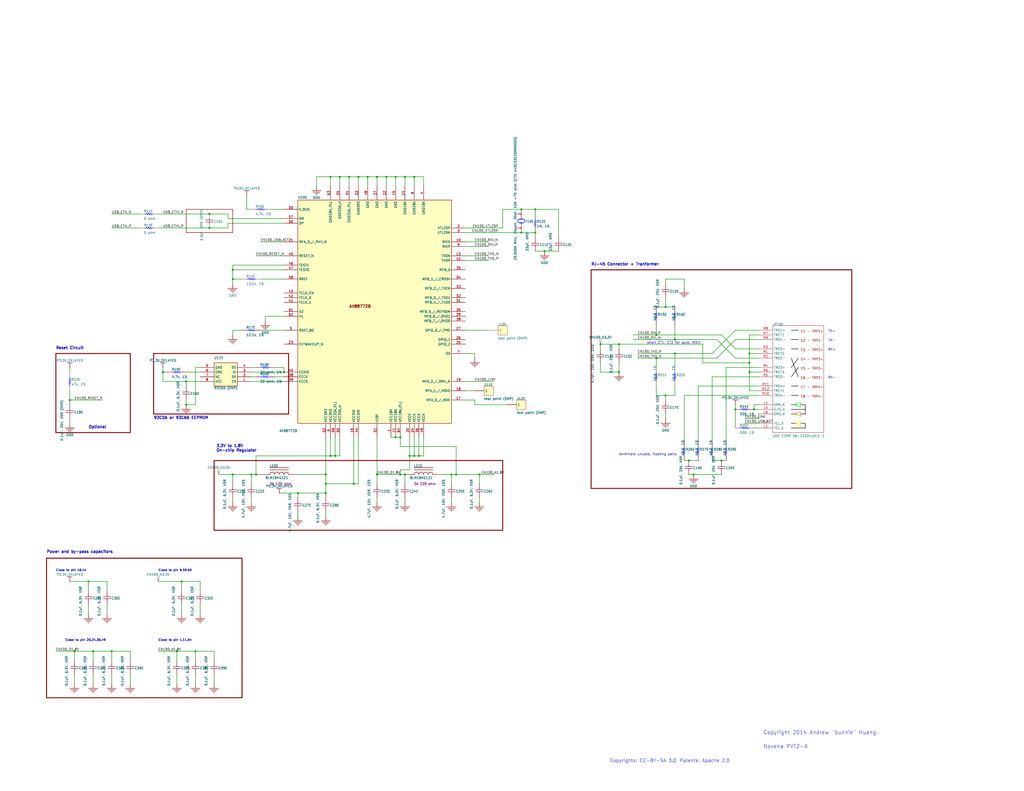
<source format=kicad_sch>
(kicad_sch (version 20230121) (generator eeschema)
  (paper "C")
  (junction (at 248.92 259.08))
  (junction (at 180.34 96.52))
  (junction (at 220.98 96.52))
  (junction (at 408.94 193.04))
  (junction (at 154.94 203.2))
  (junction (at 205.74 259.08))
  (junction (at 38.1 218.44))
  (junction (at 50.8 355.6))
  (junction (at 190.5 96.52))
  (junction (at 292.1 114.3))
  (junction (at 99.06 317.5))
  (junction (at 218.44 238.76))
  (junction (at 358.14 195.58))
  (junction (at 228.6 248.92))
  (junction (at 180.34 248.92))
  (junction (at 378.46 259.08))
  (junction (at 284.48 127))
  (junction (at 408.94 203.2))
  (junction (at 220.98 259.08))
  (junction (at 127 147.32))
  (junction (at 327.66 187.96))
  (junction (at 368.3 185.42))
  (junction (at 114.3 116.84))
  (junction (at 182.88 248.92))
  (junction (at 375.92 251.46))
  (junction (at 193.04 264.16))
  (junction (at 297.18 137.16))
  (junction (at 101.6 220.98))
  (junction (at 292.1 127))
  (junction (at 114.3 124.46))
  (junction (at 48.26 317.5))
  (junction (at 60.96 355.6))
  (junction (at 363.22 215.9))
  (junction (at 226.06 248.92))
  (junction (at 200.66 96.52))
  (junction (at 358.14 182.88))
  (junction (at 40.64 355.6))
  (junction (at 101.6 208.28))
  (junction (at 215.9 238.76))
  (junction (at 246.38 259.08))
  (junction (at 210.82 96.52))
  (junction (at 106.68 355.6))
  (junction (at 284.48 114.3))
  (junction (at 411.48 223.52))
  (junction (at 337.82 187.96))
  (junction (at 177.8 264.16))
  (junction (at 185.42 96.52))
  (junction (at 408.94 198.12))
  (junction (at 368.3 193.04))
  (junction (at 195.58 96.52))
  (junction (at 401.32 223.52))
  (junction (at 215.9 96.52))
  (junction (at 139.7 259.08))
  (junction (at 218.44 259.08))
  (junction (at 205.74 96.52))
  (junction (at 393.7 251.46))
  (junction (at 96.52 355.6))
  (junction (at 337.82 203.2))
  (junction (at 223.52 248.92))
  (junction (at 88.9 203.2))
  (junction (at 162.56 269.24))
  (junction (at 226.06 96.52))
  (junction (at 177.8 259.08))
  (junction (at 127 152.4))
  (junction (at 261.62 259.08))
  (junction (at 127 259.08))
  (junction (at 177.8 269.24))
  (junction (at 137.16 259.08))
  (junction (at 363.22 167.64))
  (wire (pts (xy 408.94 193.04) (xy 408.94 182.88)) (stroke (width 0.254)))
  (wire (pts (xy 48.26 322.58) (xy 48.26 317.5)) (stroke (width 0.254)))
  (wire (pts (xy 220.98 274.32) (xy 220.98 271.78)) (stroke (width 0.254)))
  (wire (pts (xy 38.1 203.2) (xy 38.1 200.66)) (stroke (width 0.254)))
  (wire (pts (xy 226.06 96.52) (xy 231.14 96.52)) (stroke (width 0.254)))
  (wire (pts (xy 205.74 274.32) (xy 205.74 271.78)) (stroke (width 0.254)))
  (wire (pts (xy 162.56 269.24) (xy 177.8 269.24)) (stroke (width 0.254)))
  (wire (pts (xy 205.74 96.52) (xy 210.82 96.52)) (stroke (width 0.254)))
  (wire (pts (xy 226.06 248.92) (xy 228.6 248.92)) (stroke (width 0.254)))
  (wire (pts (xy 408.94 198.12) (xy 408.94 193.04)) (stroke (width 0.254)))
  (wire (pts (xy 274.32 114.3) (xy 274.32 124.46)) (stroke (width 0.254)))
  (wire (pts (xy 388.62 205.74) (xy 388.62 241.3)) (stroke (width 0.254)))
  (wire (pts (xy 40.64 355.6) (xy 30.48 355.6)) (stroke (width 0.254)))
  (wire (pts (xy 226.06 101.6) (xy 226.06 96.52)) (stroke (width 0.254)))
  (wire (pts (xy 259.08 218.44) (xy 259.08 220.98)) (stroke (width 0.254)))
  (wire (pts (xy 177.8 281.94) (xy 177.8 279.4)) (stroke (width 0.254)))
  (wire (pts (xy 414.02 228.6) (xy 414.02 226.06)) (stroke (width 0.254)))
  (wire (pts (xy 218.44 259.08) (xy 218.44 256.54)) (stroke (width 0.254)))
  (wire (pts (xy 99.06 317.5) (xy 109.22 317.5)) (stroke (width 0.254)))
  (wire (pts (xy 124.46 119.38) (xy 124.46 116.84)) (stroke (width 0.254)))
  (wire (pts (xy 127 259.08) (xy 119.38 259.08)) (stroke (width 0.254)))
  (wire (pts (xy 401.32 190.5) (xy 393.7 182.88)) (stroke (width 0.254)))
  (wire (pts (xy 88.9 203.2) (xy 88.9 208.28)) (stroke (width 0.254)))
  (wire (pts (xy 154.94 119.38) (xy 124.46 119.38)) (stroke (width 0.254)))
  (wire (pts (xy 292.1 116.84) (xy 292.1 114.3)) (stroke (width 0.254)))
  (wire (pts (xy 109.22 317.5) (xy 109.22 322.58)) (stroke (width 0.254)))
  (wire (pts (xy 106.68 220.98) (xy 106.68 200.66)) (stroke (width 0.254)))
  (wire (pts (xy 195.58 264.16) (xy 195.58 238.76)) (stroke (width 0.254)))
  (wire (pts (xy 48.26 335.28) (xy 48.26 330.2)) (stroke (width 0.254)))
  (wire (pts (xy 142.24 180.34) (xy 154.94 180.34)) (stroke (width 0.254)))
  (wire (pts (xy 411.48 233.68) (xy 414.02 233.68)) (stroke (width 0.254)))
  (wire (pts (xy 101.6 203.2) (xy 109.22 203.2)) (stroke (width 0.254)))
  (wire (pts (xy 139.7 205.74) (xy 137.16 205.74)) (stroke (width 0.254)))
  (wire (pts (xy 215.9 101.6) (xy 215.9 96.52)) (stroke (width 0.254)))
  (wire (pts (xy 116.84 373.38) (xy 116.84 368.3)) (stroke (width 0.254)))
  (wire (pts (xy 137.16 264.16) (xy 137.16 259.08)) (stroke (width 0.254)))
  (wire (pts (xy 134.62 114.3) (xy 137.16 114.3)) (stroke (width 0.254)))
  (wire (pts (xy 124.46 124.46) (xy 114.3 124.46)) (stroke (width 0.254)))
  (wire (pts (xy 60.96 355.6) (xy 50.8 355.6)) (stroke (width 0.254)))
  (wire (pts (xy 345.44 185.42) (xy 368.3 185.42)) (stroke (width 0.254)))
  (wire (pts (xy 411.48 220.98) (xy 414.02 220.98)) (stroke (width 0.254)))
  (wire (pts (xy 375.92 251.46) (xy 373.38 251.46)) (stroke (width 0.254)))
  (wire (pts (xy 358.14 195.58) (xy 391.16 195.58)) (stroke (width 0.254)))
  (wire (pts (xy 38.1 231.14) (xy 38.1 228.6)) (stroke (width 0.254)))
  (wire (pts (xy 96.52 360.68) (xy 96.52 355.6)) (stroke (width 0.254)))
  (wire (pts (xy 144.78 175.26) (xy 144.78 172.72)) (stroke (width 0.254)))
  (wire (pts (xy 177.8 271.78) (xy 177.8 269.24)) (stroke (width 0.254)))
  (wire (pts (xy 378.46 259.08) (xy 393.7 259.08)) (stroke (width 0.254)))
  (wire (pts (xy 106.68 200.66) (xy 109.22 200.66)) (stroke (width 0.254)))
  (wire (pts (xy 393.7 182.88) (xy 358.14 182.88)) (stroke (width 0.254)))
  (wire (pts (xy 162.56 259.08) (xy 177.8 259.08)) (stroke (width 0.254)))
  (wire (pts (xy 396.24 200.66) (xy 414.02 200.66)) (stroke (width 0.254)))
  (wire (pts (xy 414.02 205.74) (xy 388.62 205.74)) (stroke (width 0.254)))
  (wire (pts (xy 200.66 101.6) (xy 200.66 96.52)) (stroke (width 0.254)))
  (wire (pts (xy 200.66 96.52) (xy 205.74 96.52)) (stroke (width 0.254)))
  (wire (pts (xy 383.54 198.12) (xy 408.94 198.12)) (stroke (width 0.254)))
  (wire (pts (xy 162.56 271.78) (xy 162.56 269.24)) (stroke (width 0.254)))
  (wire (pts (xy 154.94 200.66) (xy 149.86 200.66)) (stroke (width 0.254)))
  (wire (pts (xy 180.34 248.92) (xy 180.34 238.76)) (stroke (width 0.254)))
  (wire (pts (xy 363.22 167.64) (xy 363.22 162.56)) (stroke (width 0.254)))
  (wire (pts (xy 363.22 152.4) (xy 363.22 154.94)) (stroke (width 0.254)))
  (wire (pts (xy 401.32 180.34) (xy 414.02 180.34)) (stroke (width 0.254)))
  (wire (pts (xy 414.02 231.14) (xy 406.4 231.14)) (stroke (width 0.254)))
  (wire (pts (xy 259.08 193.04) (xy 254 193.04)) (stroke (width 0.254)))
  (wire (pts (xy 292.1 114.3) (xy 284.48 114.3)) (stroke (width 0.254)))
  (wire (pts (xy 50.8 373.38) (xy 50.8 368.3)) (stroke (width 0.254)))
  (wire (pts (xy 154.94 114.3) (xy 147.32 114.3)) (stroke (width 0.254)))
  (wire (pts (xy 106.68 355.6) (xy 116.84 355.6)) (stroke (width 0.254)))
  (wire (pts (xy 401.32 185.42) (xy 414.02 185.42)) (stroke (width 0.254)))
  (wire (pts (xy 246.38 259.08) (xy 248.92 259.08)) (stroke (width 0.254)))
  (wire (pts (xy 106.68 373.38) (xy 106.68 368.3)) (stroke (width 0.254)))
  (wire (pts (xy 292.1 114.3) (xy 304.8 114.3)) (stroke (width 0.254)))
  (wire (pts (xy 358.14 210.82) (xy 358.14 215.9)) (stroke (width 0.254)))
  (wire (pts (xy 396.24 241.3) (xy 396.24 200.66)) (stroke (width 0.254)))
  (wire (pts (xy 408.94 182.88) (xy 414.02 182.88)) (stroke (width 0.254)))
  (wire (pts (xy 363.22 167.64) (xy 368.3 167.64)) (stroke (width 0.254)))
  (wire (pts (xy 218.44 256.54) (xy 223.52 256.54)) (stroke (width 0.254)))
  (wire (pts (xy 154.94 132.08) (xy 142.24 132.08)) (stroke (width 0.254)))
  (wire (pts (xy 401.32 220.98) (xy 401.32 223.52)) (stroke (width 0.254)))
  (wire (pts (xy 149.86 205.74) (xy 154.94 205.74)) (stroke (width 0.254)))
  (wire (pts (xy 259.08 195.58) (xy 259.08 193.04)) (stroke (width 0.254)))
  (wire (pts (xy 99.06 322.58) (xy 99.06 317.5)) (stroke (width 0.254)))
  (wire (pts (xy 269.24 208.28) (xy 254 208.28)) (stroke (width 0.254)))
  (wire (pts (xy 248.92 243.84) (xy 248.92 259.08)) (stroke (width 0.254)))
  (wire (pts (xy 109.22 335.28) (xy 109.22 330.2)) (stroke (width 0.254)))
  (wire (pts (xy 327.66 198.12) (xy 327.66 203.2)) (stroke (width 0.254)))
  (wire (pts (xy 154.94 147.32) (xy 127 147.32)) (stroke (width 0.254)))
  (wire (pts (xy 172.72 101.6) (xy 172.72 96.52)) (stroke (width 0.254)))
  (wire (pts (xy 368.3 185.42) (xy 391.16 185.42)) (stroke (width 0.254)))
  (wire (pts (xy 284.48 127) (xy 254 127)) (stroke (width 0.254)))
  (wire (pts (xy 228.6 248.92) (xy 228.6 238.76)) (stroke (width 0.254)))
  (wire (pts (xy 139.7 200.66) (xy 137.16 200.66)) (stroke (width 0.254)))
  (wire (pts (xy 261.62 274.32) (xy 261.62 271.78)) (stroke (width 0.254)))
  (wire (pts (xy 71.12 355.6) (xy 60.96 355.6)) (stroke (width 0.254)))
  (wire (pts (xy 358.14 215.9) (xy 363.22 215.9)) (stroke (width 0.254)))
  (wire (pts (xy 218.44 243.84) (xy 248.92 243.84)) (stroke (width 0.254)))
  (wire (pts (xy 347.98 193.04) (xy 368.3 193.04)) (stroke (width 0.254)))
  (wire (pts (xy 40.64 373.38) (xy 40.64 368.3)) (stroke (width 0.254)))
  (wire (pts (xy 182.88 248.92) (xy 180.34 248.92)) (stroke (width 0.254)))
  (wire (pts (xy 368.3 200.66) (xy 368.3 193.04)) (stroke (width 0.254)))
  (wire (pts (xy 162.56 281.94) (xy 162.56 279.4)) (stroke (width 0.254)))
  (wire (pts (xy 414.02 210.82) (xy 381 210.82)) (stroke (width 0.254)))
  (wire (pts (xy 127 147.32) (xy 127 152.4)) (stroke (width 0.254)))
  (wire (pts (xy 373.38 157.48) (xy 373.38 152.4)) (stroke (width 0.254)))
  (wire (pts (xy 231.14 248.92) (xy 231.14 238.76)) (stroke (width 0.254)))
  (wire (pts (xy 408.94 198.12) (xy 408.94 203.2)) (stroke (width 0.254)))
  (wire (pts (xy 266.7 142.24) (xy 254 142.24)) (stroke (width 0.254)))
  (wire (pts (xy 88.9 208.28) (xy 101.6 208.28)) (stroke (width 0.254)))
  (wire (pts (xy 101.6 208.28) (xy 109.22 208.28)) (stroke (width 0.254)))
  (wire (pts (xy 408.94 203.2) (xy 414.02 203.2)) (stroke (width 0.254)))
  (wire (pts (xy 76.2 116.84) (xy 60.96 116.84)) (stroke (width 0.254)))
  (wire (pts (xy 127 274.32) (xy 127 271.78)) (stroke (width 0.254)))
  (wire (pts (xy 55.88 218.44) (xy 38.1 218.44)) (stroke (width 0.254)))
  (wire (pts (xy 373.38 152.4) (xy 363.22 152.4)) (stroke (width 0.254)))
  (wire (pts (xy 190.5 101.6) (xy 190.5 96.52)) (stroke (width 0.254)))
  (wire (pts (xy 373.38 215.9) (xy 414.02 215.9)) (stroke (width 0.254)))
  (wire (pts (xy 220.98 264.16) (xy 220.98 259.08)) (stroke (width 0.254)))
  (wire (pts (xy 358.14 200.66) (xy 358.14 195.58)) (stroke (width 0.254)))
  (wire (pts (xy 408.94 213.36) (xy 414.02 213.36)) (stroke (width 0.254)))
  (wire (pts (xy 363.22 228.6) (xy 363.22 226.06)) (stroke (width 0.254)))
  (wire (pts (xy 60.96 373.38) (xy 60.96 368.3)) (stroke (width 0.254)))
  (wire (pts (xy 381 251.46) (xy 375.92 251.46)) (stroke (width 0.254)))
  (wire (pts (xy 248.92 259.08) (xy 261.62 259.08)) (stroke (width 0.254)))
  (wire (pts (xy 337.82 190.5) (xy 337.82 187.96)) (stroke (width 0.254)))
  (wire (pts (xy 210.82 96.52) (xy 215.9 96.52)) (stroke (width 0.254)))
  (wire (pts (xy 152.4 269.24) (xy 162.56 269.24)) (stroke (width 0.254)))
  (wire (pts (xy 363.22 215.9) (xy 368.3 215.9)) (stroke (width 0.254)))
  (wire (pts (xy 182.88 248.92) (xy 182.88 238.76)) (stroke (width 0.254)))
  (wire (pts (xy 48.26 317.5) (xy 38.1 317.5)) (stroke (width 0.254)))
  (wire (pts (xy 127 152.4) (xy 127 154.94)) (stroke (width 0.254)))
  (wire (pts (xy 58.42 317.5) (xy 48.26 317.5)) (stroke (width 0.254)))
  (wire (pts (xy 71.12 373.38) (xy 71.12 368.3)) (stroke (width 0.254)))
  (wire (pts (xy 177.8 264.16) (xy 193.04 264.16)) (stroke (width 0.254)))
  (wire (pts (xy 223.52 248.92) (xy 226.06 248.92)) (stroke (width 0.254)))
  (wire (pts (xy 218.44 238.76) (xy 218.44 243.84)) (stroke (width 0.254)))
  (wire (pts (xy 185.42 248.92) (xy 182.88 248.92)) (stroke (width 0.254)))
  (wire (pts (xy 231.14 96.52) (xy 231.14 101.6)) (stroke (width 0.254)))
  (wire (pts (xy 337.82 187.96) (xy 383.54 187.96)) (stroke (width 0.254)))
  (wire (pts (xy 50.8 360.68) (xy 50.8 355.6)) (stroke (width 0.254)))
  (wire (pts (xy 205.74 259.08) (xy 205.74 238.76)) (stroke (width 0.254)))
  (wire (pts (xy 38.1 218.44) (xy 38.1 220.98)) (stroke (width 0.254)))
  (wire (pts (xy 134.62 106.68) (xy 134.62 114.3)) (stroke (width 0.254)))
  (wire (pts (xy 215.9 238.76) (xy 218.44 238.76)) (stroke (width 0.254)))
  (wire (pts (xy 411.48 223.52) (xy 411.48 220.98)) (stroke (width 0.254)))
  (wire (pts (xy 205.74 101.6) (xy 205.74 96.52)) (stroke (width 0.254)))
  (wire (pts (xy 195.58 101.6) (xy 195.58 96.52)) (stroke (width 0.254)))
  (wire (pts (xy 220.98 96.52) (xy 226.06 96.52)) (stroke (width 0.254)))
  (wire (pts (xy 414.02 190.5) (xy 401.32 190.5)) (stroke (width 0.254)))
  (wire (pts (xy 190.5 96.52) (xy 195.58 96.52)) (stroke (width 0.254)))
  (wire (pts (xy 116.84 355.6) (xy 116.84 360.68)) (stroke (width 0.254)))
  (wire (pts (xy 254 218.44) (xy 259.08 218.44)) (stroke (width 0.254)))
  (wire (pts (xy 223.52 256.54) (xy 223.52 248.92)) (stroke (width 0.254)))
  (wire (pts (xy 327.66 203.2) (xy 337.82 203.2)) (stroke (width 0.254)))
  (wire (pts (xy 154.94 121.92) (xy 124.46 121.92)) (stroke (width 0.254)))
  (wire (pts (xy 96.52 373.38) (xy 96.52 368.3)) (stroke (width 0.254)))
  (wire (pts (xy 292.1 129.54) (xy 292.1 127)) (stroke (width 0.254)))
  (wire (pts (xy 177.8 259.08) (xy 177.8 238.76)) (stroke (width 0.254)))
  (wire (pts (xy 401.32 223.52) (xy 401.32 233.68)) (stroke (width 0.254)))
  (wire (pts (xy 88.9 200.66) (xy 88.9 203.2)) (stroke (width 0.254)))
  (wire (pts (xy 368.3 185.42) (xy 368.3 177.8)) (stroke (width 0.254)))
  (wire (pts (xy 154.94 139.7) (xy 139.7 139.7)) (stroke (width 0.254)))
  (wire (pts (xy 327.66 190.5) (xy 327.66 187.96)) (stroke (width 0.254)))
  (wire (pts (xy 180.34 101.6) (xy 180.34 96.52)) (stroke (width 0.254)))
  (wire (pts (xy 40.64 360.68) (xy 40.64 355.6)) (stroke (width 0.254)))
  (wire (pts (xy 58.42 335.28) (xy 58.42 330.2)) (stroke (width 0.254)))
  (wire (pts (xy 373.38 241.3) (xy 373.38 215.9)) (stroke (width 0.254)))
  (wire (pts (xy 172.72 96.52) (xy 180.34 96.52)) (stroke (width 0.254)))
  (wire (pts (xy 58.42 322.58) (xy 58.42 317.5)) (stroke (width 0.254)))
  (wire (pts (xy 246.38 274.32) (xy 246.38 271.78)) (stroke (width 0.254)))
  (wire (pts (xy 127 264.16) (xy 127 259.08)) (stroke (width 0.254)))
  (wire (pts (xy 76.2 124.46) (xy 60.96 124.46)) (stroke (width 0.254)))
  (wire (pts (xy 223.52 238.76) (xy 223.52 248.92)) (stroke (width 0.254)))
  (wire (pts (xy 284.48 114.3) (xy 274.32 114.3)) (stroke (width 0.254)))
  (wire (pts (xy 185.42 101.6) (xy 185.42 96.52)) (stroke (width 0.254)))
  (wire (pts (xy 347.98 195.58) (xy 358.14 195.58)) (stroke (width 0.254)))
  (wire (pts (xy 50.8 355.6) (xy 40.64 355.6)) (stroke (width 0.254)))
  (wire (pts (xy 220.98 259.08) (xy 218.44 259.08)) (stroke (width 0.254)))
  (wire (pts (xy 414.02 193.04) (xy 408.94 193.04)) (stroke (width 0.254)))
  (wire (pts (xy 261.62 259.08) (xy 269.24 259.08)) (stroke (width 0.254)))
  (wire (pts (xy 266.7 180.34) (xy 254 180.34)) (stroke (width 0.254)))
  (wire (pts (xy 96.52 355.6) (xy 106.68 355.6)) (stroke (width 0.254)))
  (wire (pts (xy 114.3 124.46) (xy 86.36 124.46)) (stroke (width 0.254)))
  (wire (pts (xy 71.12 360.68) (xy 71.12 355.6)) (stroke (width 0.254)))
  (wire (pts (xy 137.16 274.32) (xy 137.16 271.78)) (stroke (width 0.254)))
  (wire (pts (xy 220.98 101.6) (xy 220.98 96.52)) (stroke (width 0.254)))
  (wire (pts (xy 106.68 360.68) (xy 106.68 355.6)) (stroke (width 0.254)))
  (wire (pts (xy 337.82 203.2) (xy 337.82 198.12)) (stroke (width 0.254)))
  (wire (pts (xy 193.04 264.16) (xy 195.58 264.16)) (stroke (width 0.254)))
  (wire (pts (xy 127 180.34) (xy 132.08 180.34)) (stroke (width 0.254)))
  (wire (pts (xy 101.6 210.82) (xy 101.6 208.28)) (stroke (width 0.254)))
  (wire (pts (xy 213.36 238.76) (xy 215.9 238.76)) (stroke (width 0.254)))
  (wire (pts (xy 363.22 218.44) (xy 363.22 215.9)) (stroke (width 0.254)))
  (wire (pts (xy 327.66 187.96) (xy 337.82 187.96)) (stroke (width 0.254)))
  (wire (pts (xy 144.78 172.72) (xy 154.94 172.72)) (stroke (width 0.254)))
  (wire (pts (xy 139.7 248.92) (xy 139.7 259.08)) (stroke (width 0.254)))
  (wire (pts (xy 101.6 220.98) (xy 101.6 218.44)) (stroke (width 0.254)))
  (wire (pts (xy 274.32 124.46) (xy 254 124.46)) (stroke (width 0.254)))
  (wire (pts (xy 38.1 213.36) (xy 38.1 218.44)) (stroke (width 0.254)))
  (wire (pts (xy 99.06 335.28) (xy 99.06 330.2)) (stroke (width 0.254)))
  (wire (pts (xy 266.7 134.62) (xy 254 134.62)) (stroke (width 0.254)))
  (wire (pts (xy 218.44 259.08) (xy 205.74 259.08)) (stroke (width 0.254)))
  (wire (pts (xy 292.1 127) (xy 284.48 127)) (stroke (width 0.254)))
  (wire (pts (xy 185.42 238.76) (xy 185.42 248.92)) (stroke (width 0.254)))
  (wire (pts (xy 154.94 208.28) (xy 137.16 208.28)) (stroke (width 0.254)))
  (wire (pts (xy 261.62 264.16) (xy 261.62 259.08)) (stroke (width 0.254)))
  (wire (pts (xy 226.06 248.92) (xy 226.06 238.76)) (stroke (width 0.254)))
  (wire (pts (xy 391.16 195.58) (xy 401.32 185.42)) (stroke (width 0.254)))
  (wire (pts (xy 124.46 121.92) (xy 124.46 124.46)) (stroke (width 0.254)))
  (wire (pts (xy 60.96 360.68) (xy 60.96 355.6)) (stroke (width 0.254)))
  (wire (pts (xy 381 210.82) (xy 381 241.3)) (stroke (width 0.254)))
  (wire (pts (xy 246.38 264.16) (xy 246.38 259.08)) (stroke (width 0.254)))
  (wire (pts (xy 368.3 215.9) (xy 368.3 210.82)) (stroke (width 0.254)))
  (wire (pts (xy 210.82 96.52) (xy 210.82 101.6)) (stroke (width 0.254)))
  (wire (pts (xy 137.16 259.08) (xy 127 259.08)) (stroke (width 0.254)))
  (wire (pts (xy 375.92 259.08) (xy 378.46 259.08)) (stroke (width 0.254)))
  (wire (pts (xy 368.3 193.04) (xy 388.62 193.04)) (stroke (width 0.254)))
  (wire (pts (xy 101.6 220.98) (xy 106.68 220.98)) (stroke (width 0.254)))
  (wire (pts (xy 154.94 203.2) (xy 137.16 203.2)) (stroke (width 0.254)))
  (wire (pts (xy 228.6 248.92) (xy 231.14 248.92)) (stroke (width 0.254)))
  (wire (pts (xy 408.94 203.2) (xy 408.94 213.36)) (stroke (width 0.254)))
  (wire (pts (xy 142.24 152.4) (xy 154.94 152.4)) (stroke (width 0.254)))
  (wire (pts (xy 154.94 203.2) (xy 154.94 200.66)) (stroke (width 0.254)))
  (wire (pts (xy 292.1 137.16) (xy 297.18 137.16)) (stroke (width 0.254)))
  (wire (pts (xy 259.08 220.98) (xy 276.86 220.98)) (stroke (width 0.254)))
  (wire (pts (xy 205.74 264.16) (xy 205.74 259.08)) (stroke (width 0.254)))
  (wire (pts (xy 86.36 355.6) (xy 96.52 355.6)) (stroke (width 0.254)))
  (wire (pts (xy 185.42 96.52) (xy 190.5 96.52)) (stroke (width 0.254)))
  (wire (pts (xy 91.44 203.2) (xy 88.9 203.2)) (stroke (width 0.254)))
  (wire (pts (xy 127 144.78) (xy 127 147.32)) (stroke (width 0.254)))
  (wire (pts (xy 414.02 223.52) (xy 411.48 223.52)) (stroke (width 0.254)))
  (wire (pts (xy 215.9 96.52) (xy 220.98 96.52)) (stroke (width 0.254)))
  (wire (pts (xy 393.7 251.46) (xy 388.62 251.46)) (stroke (width 0.254)))
  (wire (pts (xy 124.46 116.84) (xy 114.3 116.84)) (stroke (width 0.254)))
  (wire (pts (xy 358.14 182.88) (xy 358.14 177.8)) (stroke (width 0.254)))
  (wire (pts (xy 241.3 259.08) (xy 246.38 259.08)) (stroke (width 0.254)))
  (wire (pts (xy 259.08 213.36) (xy 254 213.36)) (stroke (width 0.254)))
  (wire (pts (xy 266.7 132.08) (xy 254 132.08)) (stroke (width 0.254)))
  (wire (pts (xy 297.18 137.16) (xy 304.8 137.16)) (stroke (width 0.254)))
  (wire (pts (xy 266.7 139.7) (xy 254 139.7)) (stroke (width 0.254)))
  (wire (pts (xy 86.36 317.5) (xy 99.06 317.5)) (stroke (width 0.254)))
  (wire (pts (xy 177.8 264.16) (xy 177.8 259.08)) (stroke (width 0.254)))
  (wire (pts (xy 383.54 187.96) (xy 383.54 198.12)) (stroke (width 0.254)))
  (wire (pts (xy 396.24 251.46) (xy 393.7 251.46)) (stroke (width 0.254)))
  (wire (pts (xy 195.58 96.52) (xy 200.66 96.52)) (stroke (width 0.254)))
  (wire (pts (xy 180.34 248.92) (xy 139.7 248.92)) (stroke (width 0.254)))
  (wire (pts (xy 114.3 116.84) (xy 86.36 116.84)) (stroke (width 0.254)))
  (wire (pts (xy 401.32 195.58) (xy 414.02 195.58)) (stroke (width 0.254)))
  (wire (pts (xy 358.14 182.88) (xy 345.44 182.88)) (stroke (width 0.254)))
  (wire (pts (xy 177.8 269.24) (xy 177.8 264.16)) (stroke (width 0.254)))
  (wire (pts (xy 132.08 152.4) (xy 127 152.4)) (stroke (width 0.254)))
  (wire (pts (xy 127 182.88) (xy 127 180.34)) (stroke (width 0.254)))
  (wire (pts (xy 154.94 144.78) (xy 127 144.78)) (stroke (width 0.254)))
  (wire (pts (xy 388.62 193.04) (xy 401.32 180.34)) (stroke (width 0.254)))
  (wire (pts (xy 180.34 96.52) (xy 185.42 96.52)) (stroke (width 0.254)))
  (wire (pts (xy 406.4 228.6) (xy 414.02 228.6)) (stroke (width 0.254)))
  (wire (pts (xy 142.24 259.08) (xy 139.7 259.08)) (stroke (width 0.254)))
  (wire (pts (xy 304.8 114.3) (xy 304.8 129.54)) (stroke (width 0.254)))
  (wire (pts (xy 391.16 185.42) (xy 401.32 195.58)) (stroke (width 0.254)))
  (wire (pts (xy 193.04 238.76) (xy 193.04 264.16)) (stroke (width 0.254)))
  (wire (pts (xy 139.7 259.08) (xy 137.16 259.08)) (stroke (width 0.254)))
  (wire (pts (xy 358.14 167.64) (xy 363.22 167.64)) (stroke (width 0.254)))
  (rectangle (start 71.12 193.04) (end 30.48 236.22) (stroke (width 0.508) (color 128 0 0 1)))
  (rectangle (start 132.08 304.8) (end 25.4 381) (stroke (width 0.508) (color 128 0 0 1)))
  (rectangle (start 157.48 193.04) (end 83.82 226.06) (stroke (width 0.508) (color 128 0 0 1)))
  (rectangle (start 127 114.3) (end 101.6 127) (stroke (width 0.254) (color 128 0 0 1)))
  (rectangle (start 274.32 251.46) (end 116.84 289.56) (stroke (width 0.508) (color 128 0 0 1)))
  (rectangle (start 464.82 147.32) (end 322.58 266.7) (stroke (width 0.508) (color 128 0 0 1)))
  (text_box "3.3V to 1.8V \nOn-chip Regulator" (at 163.83 241.3 0) (size -46.99 9.144) (stroke (width -0.0001) (color 0 0 0 1)) (fill (type color) (color 255 255 255 1)) (effects (font (size 1.524 1.524) bold) (justify left top)))
  (text "Copyright 2014 Andrew \"bunnie\" Huang" (at 416.56 401.32 0) (effects (font (size 2.032 2.032)) (justify left bottom)))
  (text "RX-" (at 451.866 207.01 0) (effects (font (size 1.27 1.27)) (justify left bottom)))
  (text "short CT1, CT2 for auto-MDIX" (at 353.06 187.96 0) (effects (font (size 1.27 1.27)) (justify left bottom)))
  (text "TX-" (at 451.866 186.69 0) (effects (font (size 1.27 1.27)) (justify left bottom)))
  (text "Novena PVT2-A" (at 416.56 408.94 0) (effects (font (size 2.032 2.032)) (justify left bottom)))
  (text "RX+" (at 451.866 191.77 0) (effects (font (size 1.27 1.27)) (justify left bottom)))
  (text "Close to pin 1.11.64" (at 86.36 350.266 0) (effects (font (size 1.143 1.143) bold) (justify left bottom)))
  (text "Copyrights: CC-BY-SA 3.0" (at 332.74 416.56 0) (effects (font (size 1.778 1.778)) (justify left bottom)))
  (text "Close to pin 6.59.60" (at 86.36 312.166 0) (effects (font (size 1.143 1.143) bold) (justify left bottom)))
  (text "Close to pin 20.24.36.49" (at 35.56 350.266 0) (effects (font (size 1.143 1.143) bold) (justify left bottom)))
  (text "Optional" (at 48.26 234.188 0) (effects (font (size 1.524 1.524) bold) (justify left bottom)))
  (text "terminate unused, floating pairs" (at 337.82 248.92 0) (effects (font (size 1.27 1.27)) (justify left bottom)))
  (text "Patents: Apache 2.0" (at 370.84 416.56 0) (effects (font (size 1.778 1.778)) (justify left bottom)))
  (text "Reset Circuit" (at 30.48 191.008 0) (effects (font (size 1.524 1.524) bold) (justify left bottom)))
  (text "93C56 or 93C66 EEPROM" (at 83.82 229.108 0) (effects (font (size 1.524 1.524) bold) (justify left bottom)))
  (text "RJ-45 Connector + Tranformer" (at 322.58 145.288 0) (effects (font (size 1.524 1.524) bold) (justify left bottom)))
  (text "TX+" (at 451.866 181.61 0) (effects (font (size 1.27 1.27)) (justify left bottom)))
  (text "Close to pin 16.44" (at 30.48 312.166 0) (effects (font (size 1.143 1.143) bold) (justify left bottom)))
  (text "Power and by-pass capacitors" (at 25.4 302.26 0) (effects (font (size 1.524 1.524) bold) (justify left bottom)))
  (label "USB_ETHI_P" (at 88.9 124.46 0))
  (label "EN100_XTL25N" (at 257.556 127 0))
  (label "EN100_RESET_N" (at 40.64 218.44 0))
  (label "USB_ETH_P" (at 60.96 124.46 0))
  (label "EN100_TXO_P" (at 347.98 193.04 0))
  (label "EN100_LINK" (at 406.4 228.6 0))
  (label "EN100_RXI_N" (at 259.08 132.08 0))
  (label "EN100_TXO_N" (at 347.98 195.58 0))
  (label "EN100_XTL25P" (at 257.81 124.46 0))
  (label "EN100_RXI_P" (at 347.98 182.88 0))
  (label "EN100_USB_ACT" (at 142.24 132.08 0))
  (label "EN100_D1.8V" (at 30.48 355.6 0))
  (label "EN100_LINK" (at 259.08 208.28 0))
  (label "EN100_RXI_N" (at 347.98 185.42 0))
  (label "EN100_RESET_N" (at 139.7 139.7 0))
  (label "EN100_D1.8V" (at 205.74 259.08 0))
  (label "EN100_A1.8V" (at 262.636 259.08 0))
  (label "EN100_A1.8V" (at 86.36 355.6 0))
  (label "EN100_TXO_N" (at 259.08 139.7 0))
  (label "USB_ETH_N" (at 60.96 116.84 0))
  (label "EN100_USB_ACT" (at 406.4 231.14 0))
  (label "EN100_TXO_P" (at 259.08 142.24 0))
  (label "EN100_RXI_P" (at 259.08 134.62 0))
  (label "USB_ETHI_N" (at 88.9 116.84 0))
  (symbol (lib_id "novena_pvt2_KiCAD-altium-import:10ethernet100_0_UDE_CORP_26-21024JA13-1") (at 421.64 180.34 0) (unit 1)
    (property "Reference" "JP10E" (at 421.64 177.8 0) (effects (justify left bottom)))
    (property "Value" "UDE CORP 26-21024JA13-1" (at 421.64 238.76 0) (effects (justify left bottom)))
    (property "Footprint" "UDE_CORP_26-21024JA13-1" (effects hide))
  )
  (symbol (lib_id "novena_pvt2_KiCAD-altium-import:10ethernet100_3_Cap Semi") (at 248.92 266.7 0) (unit 1)
    (property "Reference" "C25E" (at 248.666 268.986 0) (effects (justify left bottom)))
    (property "Value" "4.7uF, 10V, X5R, 10%" (at 241.3 261.62 90) (effects (justify right top)))
    (property "Footprint" "CAPC1608N" (effects hide))
    (property "PUBLISHED" "8-Jun-2000" (effects hide))
    (property "LATESTREVISIONDATE" "17-Jul-2002" (effects hide))
    (property "LATESTREVISIONNOTE" "Re-released for DXP Platform." (effects hide))
    (property "PACKAGEREFERENCE" "C1206" (effects hide))
    (property "PUBLISHER" "Altium Limited" (effects hide))
  )
  (symbol (lib_id "novena_pvt2_KiCAD-altium-import:P5.0V_DELAYED") (at 134.62 106.68 180) (unit 1)
    (property "Reference" "#PWR?" (effects hide))
    (property "Value" "P5.0V_DELAYED" (at 134.62 102.87 0))
  )
  (symbol (lib_id "novena_pvt2_KiCAD-altium-import:10ethernet100_3_Cap Semi") (at 365.76 157.48 0) (unit 1)
    (property "Reference" "C13E" (at 365.506 159.766 0) (effects (justify left bottom)))
    (property "Value" "0.1uF, 25V, X5R" (at 358.14 152.4 90) (effects (justify right top)))
    (property "Footprint" "CAPC1005N" (effects hide))
    (property "PUBLISHED" "8-Jun-2000" (effects hide))
    (property "LATESTREVISIONDATE" "17-Jul-2002" (effects hide))
    (property "LATESTREVISIONNOTE" "Re-released for DXP Platform." (effects hide))
    (property "PACKAGEREFERENCE" "C1206" (effects hide))
    (property "PUBLISHER" "Altium Limited" (effects hide))
  )
  (symbol (lib_id "novena_pvt2_KiCAD-altium-import:10ethernet100_0_Res1") (at 134.62 149.86 0) (unit 1)
    (property "Reference" "R14E" (at 134.366 151.638 0) (effects (justify left bottom)))
    (property "Value" "12.1k, 1%" (at 134.366 155.702 0) (effects (justify left bottom)))
    (property "Footprint" "RESC1005N" (effects hide))
    (property "PUBLISHED" "8-Jun-2000" (effects hide))
    (property "LATESTREVISIONDATE" "17-Jul-2002" (effects hide))
    (property "LATESTREVISIONNOTE" "Re-released for DXP Platform." (effects hide))
    (property "PACKAGEREFERENCE" "AXIAL-0.3" (effects hide))
    (property "PUBLISHER" "Altium Limited" (effects hide))
    (property "ALTIUM_VALUE" "100k" (effects hide))
  )
  (symbol (lib_id "novena_pvt2_KiCAD-altium-import:10ethernet100_0_Inductor Iron") (at 147.32 256.54 0) (unit 1)
    (property "Reference" "L10E" (at 147.066 255.016 0) (effects (justify left bottom)))
    (property "Value" "BLM18KG121" (at 144.78 261.62 0) (effects (justify left bottom)))
    (property "Footprint" "INDC1608AN" (effects hide))
    (property "PUBLISHED" "24-Mar-1999" (effects hide))
    (property "LATESTREVISIONDATE" "17-Jul-2002" (effects hide))
    (property "LATESTREVISIONNOTE" "Re-released for DXP Platform." (effects hide))
    (property "PACKAGEREFERENCE" "AXIAL-0.9" (effects hide))
    (property "PUBLISHER" "Altium Limited" (effects hide))
    (property "ALTIUM_VALUE" "3A 120 ohm" (at 147.066 264.922 0) (effects (justify left bottom)))
  )
  (symbol (lib_id "novena_pvt2_KiCAD-altium-import:10ethernet100_0_Res1") (at 78.74 114.3 0) (unit 1)
    (property "Reference" "R11E" (at 78.486 116.078 0) (effects (justify left bottom)))
    (property "Value" "0 ohm" (at 78.486 120.142 0) (effects (justify left bottom)))
    (property "Footprint" "RESC1005N" (effects hide))
    (property "PUBLISHED" "8-Jun-2000" (effects hide))
    (property "LATESTREVISIONDATE" "17-Jul-2002" (effects hide))
    (property "LATESTREVISIONNOTE" "Re-released for DXP Platform." (effects hide))
    (property "PACKAGEREFERENCE" "AXIAL-0.3" (effects hide))
    (property "PUBLISHER" "Altium Limited" (effects hide))
    (property "ALTIUM_VALUE" "100k" (effects hide))
  )
  (symbol (lib_id "novena_pvt2_KiCAD-altium-import:GND") (at 373.38 157.48 0) (unit 1)
    (property "Reference" "#PWR?" (effects hide))
    (property "Value" "GND" (effects hide))
  )
  (symbol (lib_id "novena_pvt2_KiCAD-altium-import:10ethernet100_1_Res1") (at 365.76 175.26 0) (unit 1)
    (property "Reference" "R16E" (at 369.062 172.466 0) (effects (justify left bottom)))
    (property "Value" "49.9, 1%" (at 368.3 175.26 90) (effects (justify left bottom)))
    (property "Footprint" "RESC1005N" (effects hide))
    (property "PUBLISHED" "8-Jun-2000" (effects hide))
    (property "LATESTREVISIONDATE" "17-Jul-2002" (effects hide))
    (property "LATESTREVISIONNOTE" "Re-released for DXP Platform." (effects hide))
    (property "PACKAGEREFERENCE" "AXIAL-0.3" (effects hide))
    (property "PUBLISHER" "Altium Limited" (effects hide))
    (property "ALTIUM_VALUE" "100k" (effects hide))
  )
  (symbol (lib_id "novena_pvt2_KiCAD-altium-import:10ethernet100_3_Cap Semi") (at 73.66 363.22 0) (unit 1)
    (property "Reference" "C36E" (at 73.406 365.506 0) (effects (justify left bottom)))
    (property "Value" "0.1uF, 6.3V, X5R" (at 66.04 358.14 90) (effects (justify right top)))
    (property "Footprint" "CAPC0603N_B" (effects hide))
    (property "PUBLISHED" "8-Jun-2000" (effects hide))
    (property "LATESTREVISIONDATE" "17-Jul-2002" (effects hide))
    (property "LATESTREVISIONNOTE" "Re-released for DXP Platform." (effects hide))
    (property "PACKAGEREFERENCE" "C1206" (effects hide))
    (property "PUBLISHER" "Altium Limited" (effects hide))
  )
  (symbol (lib_id "novena_pvt2_KiCAD-altium-import:10ethernet100_3_Cap Semi") (at 223.52 266.7 0) (unit 1)
    (property "Reference" "C24E" (at 223.266 268.986 0) (effects (justify left bottom)))
    (property "Value" "0.1uF, 6.3V, X5R" (at 215.9 261.62 90) (effects (justify right top)))
    (property "Footprint" "CAPC0603N_B" (effects hide))
    (property "PUBLISHED" "8-Jun-2000" (effects hide))
    (property "LATESTREVISIONDATE" "17-Jul-2002" (effects hide))
    (property "LATESTREVISIONNOTE" "Re-released for DXP Platform." (effects hide))
    (property "PACKAGEREFERENCE" "C1206" (effects hide))
    (property "PUBLISHER" "Altium Limited" (effects hide))
  )
  (symbol (lib_id "novena_pvt2_KiCAD-altium-import:10ethernet100_3_Cap Semi") (at 116.84 119.38 0) (unit 1)
    (property "Reference" "C10E" (at 116.586 121.666 0) (effects (justify left bottom)))
    (property "Value" "3.3pF, NP0 (DNP)" (at 109.22 114.3 90) (effects (justify right top)))
    (property "Footprint" "CAPC1005N" (effects hide))
    (property "PUBLISHED" "8-Jun-2000" (effects hide))
    (property "LATESTREVISIONDATE" "17-Jul-2002" (effects hide))
    (property "LATESTREVISIONNOTE" "Re-released for DXP Platform." (effects hide))
    (property "PACKAGEREFERENCE" "C1206" (effects hide))
    (property "PUBLISHER" "Altium Limited" (effects hide))
  )
  (symbol (lib_id "novena_pvt2_KiCAD-altium-import:10ethernet100_3_Cap Semi") (at 365.76 220.98 0) (unit 1)
    (property "Reference" "C17E" (at 365.506 223.266 0) (effects (justify left bottom)))
    (property "Value" "0.1uF, 25V, X5R" (at 358.14 215.9 90) (effects (justify right top)))
    (property "Footprint" "CAPC1005N" (effects hide))
    (property "PUBLISHED" "8-Jun-2000" (effects hide))
    (property "LATESTREVISIONDATE" "17-Jul-2002" (effects hide))
    (property "LATESTREVISIONNOTE" "Re-released for DXP Platform." (effects hide))
    (property "PACKAGEREFERENCE" "C1206" (effects hide))
    (property "PUBLISHER" "Altium Limited" (effects hide))
  )
  (symbol (lib_id "novena_pvt2_KiCAD-altium-import:10ethernet100_0_Res1") (at 403.86 231.14 0) (unit 1)
    (property "Reference" "R25E" (at 403.606 232.918 0) (effects (justify left bottom)))
    (property "Value" "330, 1%" (at 403.606 236.982 0) (effects (justify left bottom)))
    (property "Footprint" "RESC1005N" (effects hide))
    (property "PUBLISHED" "8-Jun-2000" (effects hide))
    (property "LATESTREVISIONDATE" "17-Jul-2002" (effects hide))
    (property "LATESTREVISIONNOTE" "Re-released for DXP Platform." (effects hide))
    (property "PACKAGEREFERENCE" "AXIAL-0.3" (effects hide))
    (property "PUBLISHER" "Altium Limited" (effects hide))
    (property "ALTIUM_VALUE" "100k" (effects hide))
  )
  (symbol (lib_id "novena_pvt2_KiCAD-altium-import:10ethernet100_3_Cap Semi") (at 43.18 363.22 0) (unit 1)
    (property "Reference" "C33E" (at 42.926 365.506 0) (effects (justify left bottom)))
    (property "Value" "0.1uF, 6.3V, X5R" (at 35.56 358.14 90) (effects (justify right top)))
    (property "Footprint" "CAPC0603N_B" (effects hide))
    (property "PUBLISHED" "8-Jun-2000" (effects hide))
    (property "LATESTREVISIONDATE" "17-Jul-2002" (effects hide))
    (property "LATESTREVISIONNOTE" "Re-released for DXP Platform." (effects hide))
    (property "PACKAGEREFERENCE" "C1206" (effects hide))
    (property "PUBLISHER" "Altium Limited" (effects hide))
  )
  (symbol (lib_id "novena_pvt2_KiCAD-altium-import:10ethernet100_3_Cap Semi") (at 109.22 363.22 0) (unit 1)
    (property "Reference" "C38E" (at 108.966 365.506 0) (effects (justify left bottom)))
    (property "Value" "0.1uF, 6.3V, X5R" (at 101.6 358.14 90) (effects (justify right top)))
    (property "Footprint" "CAPC0603N_B" (effects hide))
    (property "PUBLISHED" "8-Jun-2000" (effects hide))
    (property "LATESTREVISIONDATE" "17-Jul-2002" (effects hide))
    (property "LATESTREVISIONNOTE" "Re-released for DXP Platform." (effects hide))
    (property "PACKAGEREFERENCE" "C1206" (effects hide))
    (property "PUBLISHER" "Altium Limited" (effects hide))
  )
  (symbol (lib_id "novena_pvt2_KiCAD-altium-import:GND") (at 109.22 335.28 0) (unit 1)
    (property "Reference" "#PWR?" (effects hide))
    (property "Value" "GND" (effects hide))
  )
  (symbol (lib_id "novena_pvt2_KiCAD-altium-import:GND") (at 60.96 373.38 0) (unit 1)
    (property "Reference" "#PWR?" (effects hide))
    (property "Value" "GND" (effects hide))
  )
  (symbol (lib_id "novena_pvt2_KiCAD-altium-import:GND") (at 58.42 335.28 0) (unit 1)
    (property "Reference" "#PWR?" (effects hide))
    (property "Value" "GND" (effects hide))
  )
  (symbol (lib_id "novena_pvt2_KiCAD-altium-import:GND") (at 172.72 101.6 0) (unit 1)
    (property "Reference" "#PWR?" (effects hide))
    (property "Value" "GND" (at 172.72 107.95 0))
  )
  (symbol (lib_id "novena_pvt2_KiCAD-altium-import:GND") (at 205.74 274.32 0) (unit 1)
    (property "Reference" "#PWR?" (effects hide))
    (property "Value" "GND" (effects hide))
  )
  (symbol (lib_id "novena_pvt2_KiCAD-altium-import:GND") (at 363.22 228.6 0) (unit 1)
    (property "Reference" "#PWR?" (effects hide))
    (property "Value" "GND" (at 363.22 234.95 0))
  )
  (symbol (lib_id "novena_pvt2_KiCAD-altium-import:10ethernet100_1_Res1") (at 355.6 175.26 0) (unit 1)
    (property "Reference" "R15E" (at 358.902 172.466 0) (effects (justify left bottom)))
    (property "Value" "49.9, 1%" (at 358.14 175.26 90) (effects (justify left bottom)))
    (property "Footprint" "RESC1005N" (effects hide))
    (property "PUBLISHED" "8-Jun-2000" (effects hide))
    (property "LATESTREVISIONDATE" "17-Jul-2002" (effects hide))
    (property "LATESTREVISIONNOTE" "Re-released for DXP Platform." (effects hide))
    (property "PACKAGEREFERENCE" "AXIAL-0.3" (effects hide))
    (property "PUBLISHER" "Altium Limited" (effects hide))
    (property "ALTIUM_VALUE" "100k" (effects hide))
  )
  (symbol (lib_id "novena_pvt2_KiCAD-altium-import:10ethernet100_3_Cap Semi") (at 104.14 213.36 0) (unit 1)
    (property "Reference" "C16E" (at 103.886 215.646 0) (effects (justify left bottom)))
    (property "Value" "0.1uF, 6.3V, X5R" (at 96.52 208.28 90) (effects (justify right top)))
    (property "Footprint" "CAPC0603N_B" (effects hide))
    (property "PUBLISHED" "8-Jun-2000" (effects hide))
    (property "LATESTREVISIONDATE" "17-Jul-2002" (effects hide))
    (property "LATESTREVISIONNOTE" "Re-released for DXP Platform." (effects hide))
    (property "PACKAGEREFERENCE" "C1206" (effects hide))
    (property "PUBLISHER" "Altium Limited" (effects hide))
  )
  (symbol (lib_id "novena_pvt2_KiCAD-altium-import:GND") (at 71.12 373.38 0) (unit 1)
    (property "Reference" "#PWR?" (effects hide))
    (property "Value" "GND" (effects hide))
  )
  (symbol (lib_id "novena_pvt2_KiCAD-altium-import:10ethernet100_3_Cap Semi") (at 40.64 223.52 0) (unit 1)
    (property "Reference" "C18E" (at 40.386 225.806 0) (effects (justify left bottom)))
    (property "Value" "0.1uF, 25V, X5R (DNP)" (at 33.02 218.44 90) (effects (justify right top)))
    (property "Footprint" "CAPC1005N" (effects hide))
    (property "PUBLISHED" "8-Jun-2000" (effects hide))
    (property "LATESTREVISIONDATE" "17-Jul-2002" (effects hide))
    (property "LATESTREVISIONNOTE" "Re-released for DXP Platform." (effects hide))
    (property "PACKAGEREFERENCE" "C1206" (effects hide))
    (property "PUBLISHER" "Altium Limited" (effects hide))
  )
  (symbol (lib_id "novena_pvt2_KiCAD-altium-import:10ethernet100_1_Res1") (at 289.56 124.46 0) (unit 1)
    (property "Reference" "R12E" (at 292.862 121.666 0) (effects (justify left bottom)))
    (property "Value" "1M, 1%" (at 292.862 124.206 0) (effects (justify left bottom)))
    (property "Footprint" "RESC1005N" (effects hide))
    (property "PUBLISHED" "8-Jun-2000" (effects hide))
    (property "LATESTREVISIONDATE" "17-Jul-2002" (effects hide))
    (property "LATESTREVISIONNOTE" "Re-released for DXP Platform." (effects hide))
    (property "PACKAGEREFERENCE" "AXIAL-0.3" (effects hide))
    (property "PUBLISHER" "Altium Limited" (effects hide))
    (property "ALTIUM_VALUE" "100k" (effects hide))
  )
  (symbol (lib_id "novena_pvt2_KiCAD-altium-import:10ethernet100_1_Res1") (at 355.6 208.28 0) (unit 1)
    (property "Reference" "R21E" (at 358.902 205.486 0) (effects (justify left bottom)))
    (property "Value" "49.9, 1%" (at 358.14 208.28 90) (effects (justify left bottom)))
    (property "Footprint" "RESC1005N" (effects hide))
    (property "PUBLISHED" "8-Jun-2000" (effects hide))
    (property "LATESTREVISIONDATE" "17-Jul-2002" (effects hide))
    (property "LATESTREVISIONNOTE" "Re-released for DXP Platform." (effects hide))
    (property "PACKAGEREFERENCE" "AXIAL-0.3" (effects hide))
    (property "PUBLISHER" "Altium Limited" (effects hide))
    (property "ALTIUM_VALUE" "100k" (effects hide))
  )
  (symbol (lib_id "novena_pvt2_KiCAD-altium-import:10ethernet100_1_Res1") (at 393.7 248.92 0) (unit 1)
    (property "Reference" "R29E" (at 397.002 246.126 0) (effects (justify left bottom)))
    (property "Value" "49.9, 1%" (at 396.24 248.92 90) (effects (justify left bottom)))
    (property "Footprint" "RESC1005N" (effects hide))
    (property "PUBLISHED" "8-Jun-2000" (effects hide))
    (property "LATESTREVISIONDATE" "17-Jul-2002" (effects hide))
    (property "LATESTREVISIONNOTE" "Re-released for DXP Platform." (effects hide))
    (property "PACKAGEREFERENCE" "AXIAL-0.3" (effects hide))
    (property "PUBLISHER" "Altium Limited" (effects hide))
    (property "ALTIUM_VALUE" "100k" (effects hide))
  )
  (symbol (lib_id "novena_pvt2_KiCAD-altium-import:GND") (at 106.68 373.38 0) (unit 1)
    (property "Reference" "#PWR?" (effects hide))
    (property "Value" "GND" (effects hide))
  )
  (symbol (lib_id "novena_pvt2_KiCAD-altium-import:P3.3V_DELAYED") (at 38.1 317.5 180) (unit 1)
    (property "Reference" "#PWR?" (effects hide))
    (property "Value" "P3.3V_DELAYED" (at 38.1 313.69 0))
  )
  (symbol (lib_id "novena_pvt2_KiCAD-altium-import:10ethernet100_0_CON1") (at 281.94 218.44 0) (unit 1)
    (property "Reference" "J12E" (at 281.94 218.44 0) (effects (justify left bottom)))
    (property "Value" "test point (DNP)" (at 281.94 226.06 0) (effects (justify left bottom)))
    (property "Footprint" "TP_SMT_38mil" (effects hide))
  )
  (symbol (lib_id "novena_pvt2_KiCAD-altium-import:10ethernet100_3_Cap Semi") (at 180.34 274.32 0) (unit 1)
    (property "Reference" "C28E" (at 180.086 276.606 0) (effects (justify left bottom)))
    (property "Value" "0.1uF, 6.3V, X5R" (at 172.72 269.24 90) (effects (justify right top)))
    (property "Footprint" "CAPC0603N_B" (effects hide))
    (property "PUBLISHED" "8-Jun-2000" (effects hide))
    (property "LATESTREVISIONDATE" "17-Jul-2002" (effects hide))
    (property "LATESTREVISIONNOTE" "Re-released for DXP Platform." (effects hide))
    (property "PACKAGEREFERENCE" "C1206" (effects hide))
    (property "PUBLISHER" "Altium Limited" (effects hide))
  )
  (symbol (lib_id "novena_pvt2_KiCAD-altium-import:10ethernet100_1_Res1") (at 378.46 248.92 0) (unit 1)
    (property "Reference" "R27E" (at 381.762 246.126 0) (effects (justify left bottom)))
    (property "Value" "49.9, 1%" (at 381 248.92 90) (effects (justify left bottom)))
    (property "Footprint" "RESC1005N" (effects hide))
    (property "PUBLISHED" "8-Jun-2000" (effects hide))
    (property "LATESTREVISIONDATE" "17-Jul-2002" (effects hide))
    (property "LATESTREVISIONNOTE" "Re-released for DXP Platform." (effects hide))
    (property "PACKAGEREFERENCE" "AXIAL-0.3" (effects hide))
    (property "PUBLISHER" "Altium Limited" (effects hide))
    (property "ALTIUM_VALUE" "100k" (effects hide))
  )
  (symbol (lib_id "novena_pvt2_KiCAD-altium-import:10ethernet100_0_CON1") (at 264.16 210.82 0) (unit 1)
    (property "Reference" "J11E" (at 264.16 210.82 0) (effects (justify left bottom)))
    (property "Value" "test point (DNP)" (at 264.16 218.44 0) (effects (justify left bottom)))
    (property "Footprint" "TP_SMT_38mil" (effects hide))
  )
  (symbol (lib_id "novena_pvt2_KiCAD-altium-import:10ethernet100_3_Cap Semi") (at 99.06 363.22 0) (unit 1)
    (property "Reference" "C37E" (at 98.806 365.506 0) (effects (justify left bottom)))
    (property "Value" "0.1uF, 6.3V, X5R" (at 91.44 358.14 90) (effects (justify right top)))
    (property "Footprint" "CAPC0603N_B" (effects hide))
    (property "PUBLISHED" "8-Jun-2000" (effects hide))
    (property "LATESTREVISIONDATE" "17-Jul-2002" (effects hide))
    (property "LATESTREVISIONNOTE" "Re-released for DXP Platform." (effects hide))
    (property "PACKAGEREFERENCE" "C1206" (effects hide))
    (property "PUBLISHER" "Altium Limited" (effects hide))
  )
  (symbol (lib_id "novena_pvt2_KiCAD-altium-import:GND") (at 127 274.32 0) (unit 1)
    (property "Reference" "#PWR?" (effects hide))
    (property "Value" "GND" (effects hide))
  )
  (symbol (lib_id "novena_pvt2_KiCAD-altium-import:GND") (at 50.8 373.38 0) (unit 1)
    (property "Reference" "#PWR?" (effects hide))
    (property "Value" "GND" (effects hide))
  )
  (symbol (lib_id "novena_pvt2_KiCAD-altium-import:10ethernet100_3_Cap Semi") (at 53.34 363.22 0) (unit 1)
    (property "Reference" "C34E" (at 53.086 365.506 0) (effects (justify left bottom)))
    (property "Value" "0.1uF, 6.3V, X5R" (at 45.72 358.14 90) (effects (justify right top)))
    (property "Footprint" "CAPC0603N_B" (effects hide))
    (property "PUBLISHED" "8-Jun-2000" (effects hide))
    (property "LATESTREVISIONDATE" "17-Jul-2002" (effects hide))
    (property "LATESTREVISIONNOTE" "Re-released for DXP Platform." (effects hide))
    (property "PACKAGEREFERENCE" "C1206" (effects hide))
    (property "PUBLISHER" "Altium Limited" (effects hide))
  )
  (symbol (lib_id "novena_pvt2_KiCAD-altium-import:10ethernet100_3_Cap Semi") (at 60.96 325.12 0) (unit 1)
    (property "Reference" "C30E" (at 60.706 327.406 0) (effects (justify left bottom)))
    (property "Value" "0.1uF, 6.3V, X5R" (at 53.34 320.04 90) (effects (justify right top)))
    (property "Footprint" "CAPC0603N_B" (effects hide))
    (property "PUBLISHED" "8-Jun-2000" (effects hide))
    (property "LATESTREVISIONDATE" "17-Jul-2002" (effects hide))
    (property "LATESTREVISIONNOTE" "Re-released for DXP Platform." (effects hide))
    (property "PACKAGEREFERENCE" "C1206" (effects hide))
    (property "PUBLISHER" "Altium Limited" (effects hide))
  )
  (symbol (lib_id "novena_pvt2_KiCAD-altium-import:GND") (at 116.84 373.38 0) (unit 1)
    (property "Reference" "#PWR?" (effects hide))
    (property "Value" "GND" (effects hide))
  )
  (symbol (lib_id "novena_pvt2_KiCAD-altium-import:10ethernet100_0_Res1") (at 142.24 198.12 0) (unit 1)
    (property "Reference" "R18E" (at 141.986 199.898 0) (effects (justify left bottom)))
    (property "Value" "22 ohm, 1%" (at 141.986 203.962 0) (effects (justify left bottom)))
    (property "Footprint" "RESC1005N" (effects hide))
    (property "PUBLISHED" "8-Jun-2000" (effects hide))
    (property "LATESTREVISIONDATE" "17-Jul-2002" (effects hide))
    (property "LATESTREVISIONNOTE" "Re-released for DXP Platform." (effects hide))
    (property "PACKAGEREFERENCE" "AXIAL-0.3" (effects hide))
    (property "PUBLISHER" "Altium Limited" (effects hide))
    (property "ALTIUM_VALUE" "100k" (effects hide))
  )
  (symbol (lib_id "novena_pvt2_KiCAD-altium-import:EN100_A3.3V") (at 327.66 187.96 180) (unit 1)
    (property "Reference" "#PWR?" (effects hide))
    (property "Value" "EN100_A3.3V" (at 327.66 184.15 0))
  )
  (symbol (lib_id "novena_pvt2_KiCAD-altium-import:10ethernet100_3_Cap Semi") (at 264.16 266.7 0) (unit 1)
    (property "Reference" "C26E" (at 263.906 268.986 0) (effects (justify left bottom)))
    (property "Value" "0.1uF, 6.3V, X5R" (at 256.54 261.62 90) (effects (justify right top)))
    (property "Footprint" "CAPC0603N_B" (effects hide))
    (property "PUBLISHED" "8-Jun-2000" (effects hide))
    (property "LATESTREVISIONDATE" "17-Jul-2002" (effects hide))
    (property "LATESTREVISIONNOTE" "Re-released for DXP Platform." (effects hide))
    (property "PACKAGEREFERENCE" "C1206" (effects hide))
    (property "PUBLISHER" "Altium Limited" (effects hide))
  )
  (symbol (lib_id "novena_pvt2_KiCAD-altium-import:GND") (at 127 182.88 0) (unit 1)
    (property "Reference" "#PWR?" (effects hide))
    (property "Value" "GND" (effects hide))
  )
  (symbol (lib_id "novena_pvt2_KiCAD-altium-import:10ethernet100_3_Cap Semi") (at 139.7 266.7 0) (unit 1)
    (property "Reference" "C22E" (at 139.446 268.986 0) (effects (justify left bottom)))
    (property "Value" "4.7uF, 10V, X5R, 10%" (at 132.08 261.62 90) (effects (justify right top)))
    (property "Footprint" "CAPC1608N" (effects hide))
    (property "PUBLISHED" "8-Jun-2000" (effects hide))
    (property "LATESTREVISIONDATE" "17-Jul-2002" (effects hide))
    (property "LATESTREVISIONNOTE" "Re-released for DXP Platform." (effects hide))
    (property "PACKAGEREFERENCE" "C1206" (effects hide))
    (property "PUBLISHER" "Altium Limited" (effects hide))
  )
  (symbol (lib_id "novena_pvt2_KiCAD-altium-import:10ethernet100_3_Cap Semi") (at 119.38 363.22 0) (unit 1)
    (property "Reference" "C39E" (at 119.126 365.506 0) (effects (justify left bottom)))
    (property "Value" "0.1uF, 6.3V, X5R" (at 111.76 358.14 90) (effects (justify right top)))
    (property "Footprint" "CAPC0603N_B" (effects hide))
    (property "PUBLISHED" "8-Jun-2000" (effects hide))
    (property "LATESTREVISIONDATE" "17-Jul-2002" (effects hide))
    (property "LATESTREVISIONNOTE" "Re-released for DXP Platform." (effects hide))
    (property "PACKAGEREFERENCE" "C1206" (effects hide))
    (property "PUBLISHER" "Altium Limited" (effects hide))
  )
  (symbol (lib_id "novena_pvt2_KiCAD-altium-import:GND") (at 220.98 274.32 0) (unit 1)
    (property "Reference" "#PWR?" (effects hide))
    (property "Value" "GND" (effects hide))
  )
  (symbol (lib_id "novena_pvt2_KiCAD-altium-import:EN100_A3.3V") (at 119.38 259.08 180) (unit 1)
    (property "Reference" "#PWR?" (effects hide))
    (property "Value" "EN100_A3.3V" (at 119.38 255.27 0))
  )
  (symbol (lib_id "novena_pvt2_KiCAD-altium-import:10ethernet100_3_Cap Semi") (at 396.24 254 0) (unit 1)
    (property "Reference" "C20E" (at 395.986 256.286 0) (effects (justify left bottom)))
    (property "Value" "0.1uF, 25V, X5R" (at 388.62 248.92 90) (effects (justify right top)))
    (property "Footprint" "CAPC1005N" (effects hide))
    (property "PUBLISHED" "8-Jun-2000" (effects hide))
    (property "LATESTREVISIONDATE" "17-Jul-2002" (effects hide))
    (property "LATESTREVISIONNOTE" "Re-released for DXP Platform." (effects hide))
    (property "PACKAGEREFERENCE" "C1206" (effects hide))
    (property "PUBLISHER" "Altium Limited" (effects hide))
  )
  (symbol (lib_id "novena_pvt2_KiCAD-altium-import:10ethernet100_3_Cap Semi") (at 294.64 132.08 0) (unit 1)
    (property "Reference" "C11E" (at 294.386 134.366 0) (effects (justify left bottom)))
    (property "Value" "33pF, NP0" (at 287.02 127 90) (effects (justify right top)))
    (property "Footprint" "CAPC1005N" (effects hide))
    (property "PUBLISHED" "8-Jun-2000" (effects hide))
    (property "LATESTREVISIONDATE" "17-Jul-2002" (effects hide))
    (property "LATESTREVISIONNOTE" "Re-released for DXP Platform." (effects hide))
    (property "PACKAGEREFERENCE" "C1206" (effects hide))
    (property "PUBLISHER" "Altium Limited" (effects hide))
  )
  (symbol (lib_id "novena_pvt2_KiCAD-altium-import:10ethernet100_0_Res1") (at 142.24 203.2 0) (unit 1)
    (property "Reference" "R20E" (at 141.986 204.978 0) (effects (justify left bottom)))
    (property "Value" "22 ohm, 1%" (at 141.986 209.042 0) (effects (justify left bottom)))
    (property "Footprint" "RESC1005N" (effects hide))
    (property "PUBLISHED" "8-Jun-2000" (effects hide))
    (property "LATESTREVISIONDATE" "17-Jul-2002" (effects hide))
    (property "LATESTREVISIONNOTE" "Re-released for DXP Platform." (effects hide))
    (property "PACKAGEREFERENCE" "AXIAL-0.3" (effects hide))
    (property "PUBLISHER" "Altium Limited" (effects hide))
    (property "ALTIUM_VALUE" "100k" (effects hide))
  )
  (symbol (lib_id "novena_pvt2_KiCAD-altium-import:GND") (at 144.78 175.26 0) (unit 1)
    (property "Reference" "#PWR?" (effects hide))
    (property "Value" "GND" (at 144.78 181.61 0))
  )
  (symbol (lib_id "novena_pvt2_KiCAD-altium-import:GND") (at 297.18 137.16 0) (unit 1)
    (property "Reference" "#PWR?" (effects hide))
    (property "Value" "GND" (at 297.18 143.51 0))
  )
  (symbol (lib_id "novena_pvt2_KiCAD-altium-import:10ethernet100_0_Res1") (at 139.7 111.76 0) (unit 1)
    (property "Reference" "R10E" (at 139.446 113.538 0) (effects (justify left bottom)))
    (property "Value" "4.7k, 1%" (at 139.446 117.602 0) (effects (justify left bottom)))
    (property "Footprint" "RESC1005N" (effects hide))
    (property "PUBLISHED" "8-Jun-2000" (effects hide))
    (property "LATESTREVISIONDATE" "17-Jul-2002" (effects hide))
    (property "LATESTREVISIONNOTE" "Re-released for DXP Platform." (effects hide))
    (property "PACKAGEREFERENCE" "AXIAL-0.3" (effects hide))
    (property "PUBLISHER" "Altium Limited" (effects hide))
    (property "ALTIUM_VALUE" "100k" (effects hide))
  )
  (symbol (lib_id "novena_pvt2_KiCAD-altium-import:10ethernet100_1_Res1") (at 370.84 248.92 0) (unit 1)
    (property "Reference" "R26E" (at 374.142 246.126 0) (effects (justify left bottom)))
    (property "Value" "49.9, 1%" (at 373.38 248.92 90) (effects (justify left bottom)))
    (property "Footprint" "RESC1005N" (effects hide))
    (property "PUBLISHED" "8-Jun-2000" (effects hide))
    (property "LATESTREVISIONDATE" "17-Jul-2002" (effects hide))
    (property "LATESTREVISIONNOTE" "Re-released for DXP Platform." (effects hide))
    (property "PACKAGEREFERENCE" "AXIAL-0.3" (effects hide))
    (property "PUBLISHER" "Altium Limited" (effects hide))
    (property "ALTIUM_VALUE" "100k" (effects hide))
  )
  (symbol (lib_id "novena_pvt2_KiCAD-altium-import:10ethernet100_0_Res1") (at 78.74 121.92 0) (unit 1)
    (property "Reference" "R13E" (at 78.486 123.698 0) (effects (justify left bottom)))
    (property "Value" "0 ohm" (at 78.486 127.762 0) (effects (justify left bottom)))
    (property "Footprint" "RESC1005N" (effects hide))
    (property "PUBLISHED" "8-Jun-2000" (effects hide))
    (property "LATESTREVISIONDATE" "17-Jul-2002" (effects hide))
    (property "LATESTREVISIONNOTE" "Re-released for DXP Platform." (effects hide))
    (property "PACKAGEREFERENCE" "AXIAL-0.3" (effects hide))
    (property "PUBLISHER" "Altium Limited" (effects hide))
    (property "ALTIUM_VALUE" "100k" (effects hide))
  )
  (symbol (lib_id "novena_pvt2_KiCAD-altium-import:10ethernet100_0_AX88772B_28") (at 162.56 109.22 0) (unit 1)
    (property "Reference" "U10E" (at 162.56 108.458 0) (effects (justify left bottom)))
    (property "Value" "AX88772B" (at 152.4 235.966 0) (effects (justify left bottom)))
  )
  (symbol (lib_id "novena_pvt2_KiCAD-altium-import:10ethernet100_2_93c66_0") (at 129.54 210.82 0) (unit 1)
    (property "Reference" "U11E" (at 116.84 196.088 0) (effects (justify left bottom)))
    (property "Value" "93C66 (DNP)" (at 116.84 212.598 0) (effects (justify left bottom)))
  )
  (symbol (lib_id "novena_pvt2_KiCAD-altium-import:GND") (at 177.8 281.94 0) (unit 1)
    (property "Reference" "#PWR?" (effects hide))
    (property "Value" "GND" (effects hide))
  )
  (symbol (lib_id "novena_pvt2_KiCAD-altium-import:EN100_A3.3V") (at 86.36 317.5 180) (unit 1)
    (property "Reference" "#PWR?" (effects hide))
    (property "Value" "EN100_A3.3V" (at 86.36 313.69 0))
  )
  (symbol (lib_id "novena_pvt2_KiCAD-altium-import:10ethernet100_3_Cap Semi") (at 208.28 266.7 0) (unit 1)
    (property "Reference" "C23E" (at 208.026 268.986 0) (effects (justify left bottom)))
    (property "Value" "4.7uF, 10V, X5R, 10%" (at 200.66 261.62 90) (effects (justify right top)))
    (property "Footprint" "CAPC1608N" (effects hide))
    (property "PUBLISHED" "8-Jun-2000" (effects hide))
    (property "LATESTREVISIONDATE" "17-Jul-2002" (effects hide))
    (property "LATESTREVISIONNOTE" "Re-released for DXP Platform." (effects hide))
    (property "PACKAGEREFERENCE" "C1206" (effects hide))
    (property "PUBLISHER" "Altium Limited" (effects hide))
  )
  (symbol (lib_id "novena_pvt2_KiCAD-altium-import:GND") (at 246.38 274.32 0) (unit 1)
    (property "Reference" "#PWR?" (effects hide))
    (property "Value" "GND" (effects hide))
  )
  (symbol (lib_id "novena_pvt2_KiCAD-altium-import:10ethernet100_3_Cap Semi") (at 63.5 363.22 0) (unit 1)
    (property "Reference" "C35E" (at 63.246 365.506 0) (effects (justify left bottom)))
    (property "Value" "0.1uF, 6.3V, X5R" (at 55.88 358.14 90) (effects (justify right top)))
    (property "PUBLISHED" "8-Jun-2000" (effects hide))
    (property "LATESTREVISIONDATE" "17-Jul-2002" (effects hide))
    (property "LATESTREVISIONNOTE" "Re-released for DXP Platform." (effects hide))
    (property "PACKAGEREFERENCE" "C1206" (effects hide))
    (property "PUBLISHER" "Altium Limited" (effects hide))
  )
  (symbol (lib_id "novena_pvt2_KiCAD-altium-import:10ethernet100_0_CON1") (at 271.78 177.8 0) (unit 1)
    (property "Reference" "J10E" (at 271.78 177.8 0) (effects (justify left bottom)))
    (property "Value" "test point (DNP)" (at 271.78 185.42 0) (effects (justify left bottom)))
    (property "Footprint" "TP_SMT_38mil" (effects hide))
  )
  (symbol (lib_id "novena_pvt2_KiCAD-altium-import:10ethernet100_0_Res1") (at 93.98 200.66 0) (unit 1)
    (property "Reference" "R19E" (at 93.726 202.438 0) (effects (justify left bottom)))
    (property "Value" "4.7k, 1%" (at 93.726 206.502 0) (effects (justify left bottom)))
    (property "Footprint" "RESC1005N" (effects hide))
    (property "PUBLISHED" "8-Jun-2000" (effects hide))
    (property "LATESTREVISIONDATE" "17-Jul-2002" (effects hide))
    (property "LATESTREVISIONNOTE" "Re-released for DXP Platform." (effects hide))
    (property "PACKAGEREFERENCE" "AXIAL-0.3" (effects hide))
    (property "PUBLISHER" "Altium Limited" (effects hide))
    (property "ALTIUM_VALUE" "100k" (effects hide))
  )
  (symbol (lib_id "novena_pvt2_KiCAD-altium-import:GND") (at 99.06 335.28 0) (unit 1)
    (property "Reference" "#PWR?" (effects hide))
    (property "Value" "GND" (effects hide))
  )
  (symbol (lib_id "novena_pvt2_KiCAD-altium-import:10ethernet100_3_Cap Semi") (at 378.46 254 0) (unit 1)
    (property "Reference" "C19E" (at 378.206 256.286 0) (effects (justify left bottom)))
    (property "Value" "0.1uF, 25V, X5R" (at 370.84 248.92 90) (effects (justify right top)))
    (property "Footprint" "CAPC1005N" (effects hide))
    (property "PUBLISHED" "8-Jun-2000" (effects hide))
    (property "LATESTREVISIONDATE" "17-Jul-2002" (effects hide))
    (property "LATESTREVISIONNOTE" "Re-released for DXP Platform." (effects hide))
    (property "PACKAGEREFERENCE" "C1206" (effects hide))
    (property "PUBLISHER" "Altium Limited" (effects hide))
  )
  (symbol (lib_id "novena_pvt2_KiCAD-altium-import:10ethernet100_3_Cap Semi") (at 340.36 193.04 0) (unit 1)
    (property "Reference" "C15E" (at 340.106 195.326 0) (effects (justify left bottom)))
    (property "Value" "0.1uF, 25V, X5R" (at 332.74 187.96 90) (effects (justify right top)))
    (property "Footprint" "CAPC1005N" (effects hide))
    (property "PUBLISHED" "8-Jun-2000" (effects hide))
    (property "LATESTREVISIONDATE" "17-Jul-2002" (effects hide))
    (property "LATESTREVISIONNOTE" "Re-released for DXP Platform." (effects hide))
    (property "PACKAGEREFERENCE" "C1206" (effects hide))
    (property "PUBLISHER" "Altium Limited" (effects hide))
  )
  (symbol (lib_id "novena_pvt2_KiCAD-altium-import:P3.3V_DELAYED") (at 88.9 200.66 180) (unit 1)
    (property "Reference" "#PWR?" (effects hide))
    (property "Value" "P3.3V_DELAYED" (at 88.9 196.85 0))
  )
  (symbol (lib_id "novena_pvt2_KiCAD-altium-import:GND") (at 162.56 281.94 0) (unit 1)
    (property "Reference" "#PWR?" (effects hide))
    (property "Value" "GND" (effects hide))
  )
  (symbol (lib_id "novena_pvt2_KiCAD-altium-import:10ethernet100_3_Cap Semi") (at 165.1 274.32 0) (unit 1)
    (property "Reference" "C27E" (at 164.846 276.606 0) (effects (justify left bottom)))
    (property "Value" "4.7uF, 10V, X5R, 10%" (at 157.48 269.24 90) (effects (justify right top)))
    (property "Footprint" "CAPC1608N" (effects hide))
    (property "PUBLISHED" "8-Jun-2000" (effects hide))
    (property "LATESTREVISIONDATE" "17-Jul-2002" (effects hide))
    (property "LATESTREVISIONNOTE" "Re-released for DXP Platform." (effects hide))
    (property "PACKAGEREFERENCE" "C1206" (effects hide))
    (property "PUBLISHER" "Altium Limited" (effects hide))
  )
  (symbol (lib_id "novena_pvt2_KiCAD-altium-import:GND") (at 96.52 373.38 0) (unit 1)
    (property "Reference" "#PWR?" (effects hide))
    (property "Value" "GND" (effects hide))
  )
  (symbol (lib_id "novena_pvt2_KiCAD-altium-import:10ethernet100_1_Res1") (at 365.76 208.28 0) (unit 1)
    (property "Reference" "R22E" (at 369.062 205.486 0) (effects (justify left bottom)))
    (property "Value" "49.9, 1%" (at 368.3 208.28 90) (effects (justify left bottom)))
    (property "Footprint" "RESC1005N" (effects hide))
    (property "PUBLISHED" "8-Jun-2000" (effects hide))
    (property "LATESTREVISIONDATE" "17-Jul-2002" (effects hide))
    (property "LATESTREVISIONNOTE" "Re-released for DXP Platform." (effects hide))
    (property "PACKAGEREFERENCE" "AXIAL-0.3" (effects hide))
    (property "PUBLISHER" "Altium Limited" (effects hide))
    (property "ALTIUM_VALUE" "100k" (effects hide))
  )
  (symbol (lib_id "novena_pvt2_KiCAD-altium-import:10ethernet100_3_Cap Semi") (at 111.76 325.12 0) (unit 1)
    (property "Reference" "C32E" (at 111.506 327.406 0) (effects (justify left bottom)))
    (property "Value" "0.1uF, 6.3V, X5R" (at 104.14 320.04 90) (effects (justify right top)))
    (property "Footprint" "CAPC0603N_B" (effects hide))
    (property "PUBLISHED" "8-Jun-2000" (effects hide))
    (property "LATESTREVISIONDATE" "17-Jul-2002" (effects hide))
    (property "LATESTREVISIONNOTE" "Re-released for DXP Platform." (effects hide))
    (property "PACKAGEREFERENCE" "C1206" (effects hide))
    (property "PUBLISHER" "Altium Limited" (effects hide))
  )
  (symbol (lib_id "novena_pvt2_KiCAD-altium-import:10ethernet100_3_Cap Semi") (at 307.34 132.08 0) (unit 1)
    (property "Reference" "C12E" (at 307.086 134.366 0) (effects (justify left bottom)))
    (property "Value" "33pF, NP0" (at 299.72 127 90) (effects (justify right top)))
    (property "PUBLISHED" "8-Jun-2000" (effects hide))
    (property "LATESTREVISIONDATE" "17-Jul-2002" (effects hide))
    (property "LATESTREVISIONNOTE" "Re-released for DXP Platform." (effects hide))
    (property "PACKAGEREFERENCE" "C1206" (effects hide))
    (property "PUBLISHER" "Altium Limited" (effects hide))
  )
  (symbol (lib_id "novena_pvt2_KiCAD-altium-import:GND") (at 261.62 274.32 0) (unit 1)
    (property "Reference" "#PWR?" (effects hide))
    (property "Value" "GND" (effects hide))
  )
  (symbol (lib_id "novena_pvt2_KiCAD-altium-import:10ethernet100_0_Res1") (at 403.86 220.98 0) (unit 1)
    (property "Reference" "R24E" (at 403.606 222.758 0) (effects (justify left bottom)))
    (property "Value" "330, 1%" (at 403.606 226.822 0) (effects (justify left bottom)))
    (property "Footprint" "RESC1005N" (effects hide))
    (property "PUBLISHED" "8-Jun-2000" (effects hide))
    (property "LATESTREVISIONDATE" "17-Jul-2002" (effects hide))
    (property "LATESTREVISIONNOTE" "Re-released for DXP Platform." (effects hide))
    (property "PACKAGEREFERENCE" "AXIAL-0.3" (effects hide))
    (property "PUBLISHER" "Altium Limited" (effects hide))
    (property "ALTIUM_VALUE" "100k" (effects hide))
  )
  (symbol (lib_id "novena_pvt2_KiCAD-altium-import:10ethernet100_1_XTAL") (at 281.94 121.92 0) (unit 1)
    (property "Reference" "Y10E" (at 286.512 121.666 0) (effects (justify left bottom)))
    (property "Value" "25.0000 MHz, 30ppm, 20pF, ESR <70 ohm (CTS 445C33E25M00000)" (at 281.94 142.24 90) (effects (justify left bottom)))
    (property "Footprint" "NDK_NX5032A" (effects hide))
    (property "PUBLISHED" "8-Jun-2000" (effects hide))
    (property "LATESTREVISIONDATE" "17-Jul-2002" (effects hide))
    (property "LATESTREVISIONNOTE" "Re-released for DXP Platform." (effects hide))
    (property "PACKAGEREFERENCE" "R38" (effects hide))
    (property "PUBLISHER" "Altium Limited" (effects hide))
  )
  (symbol (lib_id "novena_pvt2_KiCAD-altium-import:GND") (at 101.6 220.98 0) (unit 1)
    (property "Reference" "#PWR?" (effects hide))
    (property "Value" "GND" (effects hide))
  )
  (symbol (lib_id "novena_pvt2_KiCAD-altium-import:P3.3V_DELAYED") (at 152.4 269.24 180) (unit 1)
    (property "Reference" "#PWR?" (effects hide))
    (property "Value" "P3.3V_DELAYED" (at 152.4 265.43 0))
  )
  (symbol (lib_id "novena_pvt2_KiCAD-altium-import:GND") (at 127 154.94 0) (unit 1)
    (property "Reference" "#PWR?" (effects hide))
    (property "Value" "GND" (at 127 161.29 0))
  )
  (symbol (lib_id "novena_pvt2_KiCAD-altium-import:10ethernet100_3_Res1") (at 40.64 205.74 0) (unit 1)
    (property "Reference" "R23E" (at 38.862 208.026 0) (effects (justify left bottom)))
    (property "Value" "47k, 1%" (at 38.862 210.566 0) (effects (justify left bottom)))
    (property "Footprint" "RESC1005N" (effects hide))
    (property "PUBLISHED" "8-Jun-2000" (effects hide))
    (property "LATESTREVISIONDATE" "17-Jul-2002" (effects hide))
    (property "LATESTREVISIONNOTE" "Re-released for DXP Platform." (effects hide))
    (property "PACKAGEREFERENCE" "AXIAL-0.3" (effects hide))
    (property "PUBLISHER" "Altium Limited" (effects hide))
    (property "ALTIUM_VALUE" "100k" (effects hide))
  )
  (symbol (lib_id "novena_pvt2_KiCAD-altium-import:P3.3V_DELAYED") (at 38.1 200.66 180) (unit 1)
    (property "Reference" "#PWR?" (effects hide))
    (property "Value" "P3.3V_DELAYED" (at 38.1 196.85 0))
  )
  (symbol (lib_id "novena_pvt2_KiCAD-altium-import:10ethernet100_3_Cap Semi") (at 50.8 325.12 0) (unit 1)
    (property "Reference" "C29E" (at 50.546 327.406 0) (effects (justify left bottom)))
    (property "Value" "0.1uF, 6.3V, X5R" (at 43.18 320.04 90) (effects (justify right top)))
    (property "Footprint" "CAPC0603N_B" (effects hide))
    (property "PUBLISHED" "8-Jun-2000" (effects hide))
    (property "LATESTREVISIONDATE" "17-Jul-2002" (effects hide))
    (property "LATESTREVISIONNOTE" "Re-released for DXP Platform." (effects hide))
    (property "PACKAGEREFERENCE" "C1206" (effects hide))
    (property "PUBLISHER" "Altium Limited" (effects hide))
  )
  (symbol (lib_id "novena_pvt2_KiCAD-altium-import:GND") (at 337.82 203.2 0) (unit 1)
    (property "Reference" "#PWR?" (effects hide))
    (property "Value" "GND" (effects hide))
  )
  (symbol (lib_id "novena_pvt2_KiCAD-altium-import:10ethernet100_3_Cap Semi") (at 330.2 193.04 0) (unit 1)
    (property "Reference" "C14E" (at 329.946 195.326 0) (effects (justify left bottom)))
    (property "Value" "4.7uF, 10V, X5R, 10%" (at 322.58 187.96 90) (effects (justify right top)))
    (property "Footprint" "CAPC1608N" (effects hide))
    (property "PUBLISHED" "8-Jun-2000" (effects hide))
    (property "LATESTREVISIONDATE" "17-Jul-2002" (effects hide))
    (property "LATESTREVISIONNOTE" "Re-released for DXP Platform." (effects hide))
    (property "PACKAGEREFERENCE" "C1206" (effects hide))
    (property "PUBLISHER" "Altium Limited" (effects hide))
  )
  (symbol (lib_id "novena_pvt2_KiCAD-altium-import:P3.3V_DELAYED") (at 401.32 220.98 180) (unit 1)
    (property "Reference" "#PWR?" (effects hide))
    (property "Value" "P3.3V_DELAYED" (at 401.32 217.17 0))
  )
  (symbol (lib_id "novena_pvt2_KiCAD-altium-import:GND") (at 259.08 195.58 0) (unit 1)
    (property "Reference" "#PWR?" (effects hide))
    (property "Value" "GND" (effects hide))
  )
  (symbol (lib_id "novena_pvt2_KiCAD-altium-import:10ethernet100_3_Cap Semi") (at 101.6 325.12 0) (unit 1)
    (property "Reference" "C31E" (at 101.346 327.406 0) (effects (justify left bottom)))
    (property "Value" "0.1uF, 6.3V, X5R" (at 93.98 320.04 90) (effects (justify right top)))
    (property "Footprint" "CAPC0603N_B" (effects hide))
    (property "PUBLISHED" "8-Jun-2000" (effects hide))
    (property "LATESTREVISIONDATE" "17-Jul-2002" (effects hide))
    (property "LATESTREVISIONNOTE" "Re-released for DXP Platform." (effects hide))
    (property "PACKAGEREFERENCE" "C1206" (effects hide))
    (property "PUBLISHER" "Altium Limited" (effects hide))
  )
  (symbol (lib_id "novena_pvt2_KiCAD-altium-import:10ethernet100_1_Res1") (at 386.08 248.92 0) (unit 1)
    (property "Reference" "R28E" (at 389.382 246.126 0) (effects (justify left bottom)))
    (property "Value" "49.9, 1%" (at 388.62 248.92 90) (effects (justify left bottom)))
    (property "Footprint" "RESC1005N" (effects hide))
    (property "PUBLISHED" "8-Jun-2000" (effects hide))
    (property "LATESTREVISIONDATE" "17-Jul-2002" (effects hide))
    (property "LATESTREVISIONNOTE" "Re-released for DXP Platform." (effects hide))
    (property "PACKAGEREFERENCE" "AXIAL-0.3" (effects hide))
    (property "PUBLISHER" "Altium Limited" (effects hide))
    (property "ALTIUM_VALUE" "100k" (effects hide))
  )
  (symbol (lib_id "novena_pvt2_KiCAD-altium-import:GND") (at 378.46 259.08 0) (unit 1)
    (property "Reference" "#PWR?" (effects hide))
    (property "Value" "GND" (at 378.46 265.43 0))
  )
  (symbol (lib_id "novena_pvt2_KiCAD-altium-import:GND") (at 38.1 231.14 0) (unit 1)
    (property "Reference" "#PWR?" (effects hide))
    (property "Value" "GND" (at 38.1 237.49 0))
  )
  (symbol (lib_id "novena_pvt2_KiCAD-altium-import:10ethernet100_3_Cap Semi") (at 129.54 266.7 0) (unit 1)
    (property "Reference" "C21E" (at 129.286 268.986 0) (effects (justify left bottom)))
    (property "Value" "0.1uF, 6.3V, X5R" (at 121.92 261.62 90) (effects (justify right top)))
    (property "Footprint" "CAPC0603N_B" (effects hide))
    (property "PUBLISHED" "8-Jun-2000" (effects hide))
    (property "LATESTREVISIONDATE" "17-Jul-2002" (effects hide))
    (property "LATESTREVISIONNOTE" "Re-released for DXP Platform." (effects hide))
    (property "PACKAGEREFERENCE" "C1206" (effects hide))
    (property "PUBLISHER" "Altium Limited" (effects hide))
  )
  (symbol (lib_id "novena_pvt2_KiCAD-altium-import:GND") (at 137.16 274.32 0) (unit 1)
    (property "Reference" "#PWR?" (effects hide))
    (property "Value" "GND" (effects hide))
  )
  (symbol (lib_id "novena_pvt2_KiCAD-altium-import:GND") (at 48.26 335.28 0) (unit 1)
    (property "Reference" "#PWR?" (effects hide))
    (property "Value" "GND" (effects hide))
  )
  (symbol (lib_id "novena_pvt2_KiCAD-altium-import:10ethernet100_0_Inductor Iron") (at 226.06 256.54 0) (unit 1)
    (property "Reference" "L11E" (at 225.806 255.016 0) (effects (justify left bottom)))
    (property "Value" "BLM18KG121" (at 223.52 261.62 0) (effects (justify left bottom)))
    (property "Footprint" "INDC1608AN" (effects hide))
    (property "PUBLISHED" "24-Mar-1999" (effects hide))
    (property "LATESTREVISIONDATE" "17-Jul-2002" (effects hide))
    (property "LATESTREVISIONNOTE" "Re-released for DXP Platform." (effects hide))
    (property "PACKAGEREFERENCE" "AXIAL-0.9" (effects hide))
    (property "PUBLISHER" "Altium Limited" (effects hide))
    (property "ALTIUM_VALUE" "3A 120 ohm" (at 225.806 264.922 0) (effects (justify left bottom)))
  )
  (symbol (lib_id "novena_pvt2_KiCAD-altium-import:GND") (at 40.64 373.38 0) (unit 1)
    (property "Reference" "#PWR?" (effects hide))
    (property "Value" "GND" (effects hide))
  )
  (symbol (lib_id "novena_pvt2_KiCAD-altium-import:10ethernet100_0_Res1") (at 134.62 177.8 0) (unit 1)
    (property "Reference" "R17E" (at 134.366 179.578 0) (effects (justify left bottom)))
    (property "Value" "12.1k, 1%" (at 134.366 183.642 0) (effects (justify left bottom)))
    (property "Footprint" "RESC1005N" (effects hide))
    (property "PUBLISHED" "8-Jun-2000" (effects hide))
    (property "LATESTREVISIONDATE" "17-Jul-2002" (effects hide))
    (property "LATESTREVISIONNOTE" "Re-released for DXP Platform." (effects hide))
    (property "PACKAGEREFERENCE" "AXIAL-0.3" (effects hide))
    (property "PUBLISHER" "Altium Limited" (effects hide))
    (property "ALTIUM_VALUE" "100k" (effects hide))
  )
)
</source>
